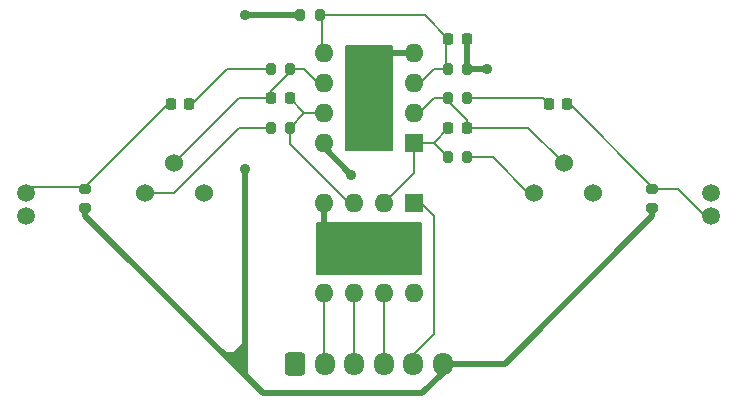
<source format=gtl>
G04 #@! TF.GenerationSoftware,KiCad,Pcbnew,8.0.6-8.0.6-0~ubuntu24.04.1*
G04 #@! TF.CreationDate,2024-10-31T11:29:27+09:00*
G04 #@! TF.ProjectId,zatopos-ear-mic,7a61746f-706f-4732-9d65-61722d6d6963,rev?*
G04 #@! TF.SameCoordinates,Original*
G04 #@! TF.FileFunction,Copper,L1,Top*
G04 #@! TF.FilePolarity,Positive*
%FSLAX46Y46*%
G04 Gerber Fmt 4.6, Leading zero omitted, Abs format (unit mm)*
G04 Created by KiCad (PCBNEW 8.0.6-8.0.6-0~ubuntu24.04.1) date 2024-10-31 11:29:27*
%MOMM*%
%LPD*%
G01*
G04 APERTURE LIST*
G04 Aperture macros list*
%AMRoundRect*
0 Rectangle with rounded corners*
0 $1 Rounding radius*
0 $2 $3 $4 $5 $6 $7 $8 $9 X,Y pos of 4 corners*
0 Add a 4 corners polygon primitive as box body*
4,1,4,$2,$3,$4,$5,$6,$7,$8,$9,$2,$3,0*
0 Add four circle primitives for the rounded corners*
1,1,$1+$1,$2,$3*
1,1,$1+$1,$4,$5*
1,1,$1+$1,$6,$7*
1,1,$1+$1,$8,$9*
0 Add four rect primitives between the rounded corners*
20,1,$1+$1,$2,$3,$4,$5,0*
20,1,$1+$1,$4,$5,$6,$7,0*
20,1,$1+$1,$6,$7,$8,$9,0*
20,1,$1+$1,$8,$9,$2,$3,0*%
G04 Aperture macros list end*
G04 #@! TA.AperFunction,SMDPad,CuDef*
%ADD10RoundRect,0.200000X0.200000X0.275000X-0.200000X0.275000X-0.200000X-0.275000X0.200000X-0.275000X0*%
G04 #@! TD*
G04 #@! TA.AperFunction,SMDPad,CuDef*
%ADD11RoundRect,0.200000X-0.200000X-0.275000X0.200000X-0.275000X0.200000X0.275000X-0.200000X0.275000X0*%
G04 #@! TD*
G04 #@! TA.AperFunction,SMDPad,CuDef*
%ADD12RoundRect,0.200000X-0.275000X0.200000X-0.275000X-0.200000X0.275000X-0.200000X0.275000X0.200000X0*%
G04 #@! TD*
G04 #@! TA.AperFunction,ComponentPad*
%ADD13RoundRect,0.250000X-0.600000X-0.725000X0.600000X-0.725000X0.600000X0.725000X-0.600000X0.725000X0*%
G04 #@! TD*
G04 #@! TA.AperFunction,ComponentPad*
%ADD14O,1.700000X1.950000*%
G04 #@! TD*
G04 #@! TA.AperFunction,SMDPad,CuDef*
%ADD15RoundRect,0.225000X-0.225000X-0.250000X0.225000X-0.250000X0.225000X0.250000X-0.225000X0.250000X0*%
G04 #@! TD*
G04 #@! TA.AperFunction,ComponentPad*
%ADD16C,1.524000*%
G04 #@! TD*
G04 #@! TA.AperFunction,SMDPad,CuDef*
%ADD17RoundRect,0.200000X0.275000X-0.200000X0.275000X0.200000X-0.275000X0.200000X-0.275000X-0.200000X0*%
G04 #@! TD*
G04 #@! TA.AperFunction,ComponentPad*
%ADD18R,1.600000X1.600000*%
G04 #@! TD*
G04 #@! TA.AperFunction,ComponentPad*
%ADD19O,1.600000X1.600000*%
G04 #@! TD*
G04 #@! TA.AperFunction,SMDPad,CuDef*
%ADD20RoundRect,0.225000X0.225000X0.250000X-0.225000X0.250000X-0.225000X-0.250000X0.225000X-0.250000X0*%
G04 #@! TD*
G04 #@! TA.AperFunction,ComponentPad*
%ADD21C,1.500000*%
G04 #@! TD*
G04 #@! TA.AperFunction,ViaPad*
%ADD22C,0.900000*%
G04 #@! TD*
G04 #@! TA.AperFunction,Conductor*
%ADD23C,0.200000*%
G04 #@! TD*
G04 #@! TA.AperFunction,Conductor*
%ADD24C,0.500000*%
G04 #@! TD*
G04 APERTURE END LIST*
D10*
X143325000Y-88500000D03*
X141675000Y-88500000D03*
D11*
X144175000Y-84000000D03*
X145825000Y-84000000D03*
D12*
X174000000Y-98675000D03*
X174000000Y-100325000D03*
D13*
X143750000Y-113475000D03*
D14*
X146250000Y-113475000D03*
X148750000Y-113475000D03*
X151250000Y-113475000D03*
X153750000Y-113475000D03*
X156250000Y-113475000D03*
D15*
X156725000Y-93500000D03*
X158275000Y-93500000D03*
D16*
X131000000Y-99000000D03*
X133500000Y-96500000D03*
X136000000Y-99000000D03*
D10*
X143325000Y-93500000D03*
X141675000Y-93500000D03*
D11*
X156675000Y-88500000D03*
X158325000Y-88500000D03*
D17*
X126000000Y-100325000D03*
X126000000Y-98675000D03*
D18*
X153800000Y-94800000D03*
D19*
X153800000Y-92260000D03*
X153800000Y-89720000D03*
X153800000Y-87180000D03*
X146180000Y-87180000D03*
X146180000Y-89720000D03*
X146180000Y-92260000D03*
X146180000Y-94800000D03*
D18*
X153800000Y-99880000D03*
D19*
X151260000Y-99880000D03*
X148720000Y-99880000D03*
X146180000Y-99880000D03*
X146180000Y-107500000D03*
X148720000Y-107500000D03*
X151260000Y-107500000D03*
X153800000Y-107500000D03*
D16*
X164000000Y-99000000D03*
X166500000Y-96500000D03*
X169000000Y-99000000D03*
D10*
X158325000Y-96000000D03*
X156675000Y-96000000D03*
X158325000Y-91000000D03*
X156675000Y-91000000D03*
D15*
X156725000Y-86000000D03*
X158275000Y-86000000D03*
X165225000Y-91500000D03*
X166775000Y-91500000D03*
D20*
X143275000Y-91000000D03*
X141725000Y-91000000D03*
X134775000Y-91500000D03*
X133225000Y-91500000D03*
D21*
X179000000Y-100950000D03*
X179000000Y-99050000D03*
X121000000Y-99050000D03*
X121000000Y-100950000D03*
D22*
X150000000Y-104000000D03*
X160000000Y-88500000D03*
X150000000Y-91000000D03*
X139500000Y-97000000D03*
X139500000Y-84000000D03*
X148500000Y-97500000D03*
D23*
X131000000Y-99000000D02*
X133500000Y-99000000D01*
X133500000Y-99000000D02*
X139000000Y-93500000D01*
X139000000Y-93500000D02*
X141675000Y-93500000D01*
X164000000Y-99000000D02*
X163500000Y-99000000D01*
X163500000Y-99000000D02*
X160500000Y-96000000D01*
X160500000Y-96000000D02*
X158325000Y-96000000D01*
D24*
X139500000Y-97000000D02*
X139500000Y-114500000D01*
X139500000Y-84000000D02*
X144175000Y-84000000D01*
D23*
X143325000Y-88500000D02*
X143325000Y-88787500D01*
X143325000Y-88787500D02*
X141725000Y-90387500D01*
X141725000Y-90387500D02*
X141725000Y-91000000D01*
X144500000Y-88500000D02*
X143325000Y-88500000D01*
X146180000Y-89720000D02*
X145720000Y-89720000D01*
X145720000Y-89720000D02*
X144500000Y-88500000D01*
X134775000Y-91500000D02*
X135000000Y-91500000D01*
X135000000Y-91500000D02*
X138000000Y-88500000D01*
X138000000Y-88500000D02*
X141675000Y-88500000D01*
X133500000Y-96500000D02*
X139000000Y-91000000D01*
X139000000Y-91000000D02*
X141725000Y-91000000D01*
X144535000Y-92260000D02*
X144535000Y-92290000D01*
X144535000Y-92290000D02*
X143325000Y-93500000D01*
X146180000Y-92260000D02*
X144535000Y-92260000D01*
X144535000Y-92260000D02*
X143275000Y-91000000D01*
X143325000Y-93500000D02*
X143325000Y-94862500D01*
X143325000Y-94862500D02*
X148342500Y-99880000D01*
X148342500Y-99880000D02*
X148720000Y-99880000D01*
X156725000Y-86000000D02*
X154725000Y-84000000D01*
X154725000Y-84000000D02*
X145825000Y-84000000D01*
X156500000Y-86225000D02*
X156500000Y-88500000D01*
X156500000Y-88500000D02*
X155500000Y-88500000D01*
X155500000Y-88500000D02*
X154280000Y-89720000D01*
X154280000Y-89720000D02*
X153800000Y-89720000D01*
D24*
X160000000Y-88500000D02*
X158325000Y-88500000D01*
X158325000Y-88500000D02*
X158325000Y-86050000D01*
D23*
X156675000Y-91000000D02*
X156675000Y-91287500D01*
X156675000Y-91287500D02*
X158275000Y-92887500D01*
X158275000Y-92887500D02*
X158275000Y-93500000D01*
X158275000Y-93500000D02*
X163500000Y-93500000D01*
X163500000Y-93500000D02*
X166500000Y-96500000D01*
X153800000Y-92260000D02*
X154000000Y-92460000D01*
X154000000Y-92460000D02*
X154000000Y-92500000D01*
X155500000Y-91000000D02*
X156675000Y-91000000D01*
X154000000Y-92500000D02*
X155500000Y-91000000D01*
X165225000Y-91500000D02*
X164725000Y-91000000D01*
X164725000Y-91000000D02*
X158325000Y-91000000D01*
X155475000Y-94800000D02*
X156725000Y-93550000D01*
X156725000Y-93550000D02*
X156725000Y-93500000D01*
X153800000Y-94800000D02*
X155475000Y-94800000D01*
X155475000Y-94800000D02*
X156675000Y-96000000D01*
X174000000Y-98500000D02*
X167000000Y-91500000D01*
X174000000Y-98675000D02*
X174000000Y-98500000D01*
X176175000Y-98675000D02*
X174000000Y-98675000D01*
X167000000Y-91500000D02*
X166775000Y-91500000D01*
X179000000Y-100950000D02*
X178450000Y-100950000D01*
X178450000Y-100950000D02*
X176175000Y-98675000D01*
X126000000Y-98675000D02*
X126000000Y-98500000D01*
X133000000Y-91500000D02*
X133225000Y-91500000D01*
X126000000Y-98500000D02*
X133000000Y-91500000D01*
X121000000Y-98500000D02*
X125825000Y-98500000D01*
X125825000Y-98500000D02*
X126000000Y-98675000D01*
X154000000Y-94600000D02*
X154000000Y-94500000D01*
X151260000Y-99240000D02*
X151260000Y-99880000D01*
X153800000Y-94800000D02*
X154000000Y-94600000D01*
X153800000Y-94800000D02*
X153800000Y-97340000D01*
X153800000Y-97340000D02*
X151260000Y-99880000D01*
D24*
X153800000Y-87180000D02*
X151500000Y-87180000D01*
X146180000Y-99880000D02*
X146180000Y-102180000D01*
D23*
X146180000Y-87180000D02*
X146000000Y-87000000D01*
X146000000Y-87000000D02*
X146000000Y-83885000D01*
X148720000Y-113445000D02*
X148750000Y-113475000D01*
X148720000Y-107500000D02*
X148720000Y-113445000D01*
X146180000Y-113405000D02*
X146250000Y-113475000D01*
X146180000Y-107500000D02*
X146180000Y-113405000D01*
D24*
X154500000Y-116000000D02*
X156250000Y-114250000D01*
X174000000Y-101000000D02*
X161525000Y-113475000D01*
X156250000Y-114250000D02*
X156250000Y-113475000D01*
X126000000Y-100325000D02*
X126000000Y-101000000D01*
X141000000Y-116000000D02*
X154500000Y-116000000D01*
X174000000Y-100325000D02*
X174000000Y-101000000D01*
X126000000Y-101000000D02*
X141000000Y-116000000D01*
X148500000Y-97500000D02*
X146180000Y-95180000D01*
X161525000Y-113475000D02*
X156250000Y-113475000D01*
X146180000Y-95180000D02*
X146180000Y-94800000D01*
D23*
X151260000Y-107500000D02*
X151260000Y-113465000D01*
X151260000Y-113465000D02*
X151250000Y-113475000D01*
X153750000Y-113475000D02*
X153750000Y-112750000D01*
X155500000Y-111000000D02*
X155500000Y-101000000D01*
X153750000Y-112750000D02*
X155500000Y-111000000D01*
X155500000Y-101000000D02*
X154380000Y-99880000D01*
X154380000Y-99880000D02*
X153800000Y-99880000D01*
G04 #@! TA.AperFunction,Conductor*
G36*
X139419334Y-111683180D02*
G01*
X139475267Y-111725052D01*
X139499684Y-111790516D01*
X139500000Y-111799362D01*
X139500000Y-114200638D01*
X139480315Y-114267677D01*
X139427511Y-114313432D01*
X139358353Y-114323376D01*
X139294797Y-114294351D01*
X139288319Y-114288319D01*
X137711681Y-112711681D01*
X137678196Y-112650358D01*
X137683180Y-112580666D01*
X137725052Y-112524733D01*
X137790516Y-112500316D01*
X137799362Y-112500000D01*
X138500000Y-112500000D01*
X139288319Y-111711681D01*
X139349642Y-111678196D01*
X139419334Y-111683180D01*
G37*
G04 #@! TD.AperFunction*
G04 #@! TA.AperFunction,Conductor*
G36*
X151943039Y-86519685D02*
G01*
X151988794Y-86572489D01*
X152000000Y-86624000D01*
X152000000Y-95376000D01*
X151980315Y-95443039D01*
X151927511Y-95488794D01*
X151876000Y-95500000D01*
X148124000Y-95500000D01*
X148056961Y-95480315D01*
X148011206Y-95427511D01*
X148000000Y-95376000D01*
X148000000Y-86624000D01*
X148019685Y-86556961D01*
X148072489Y-86511206D01*
X148124000Y-86500000D01*
X151876000Y-86500000D01*
X151943039Y-86519685D01*
G37*
G04 #@! TD.AperFunction*
G04 #@! TA.AperFunction,Conductor*
G36*
X154443039Y-101519685D02*
G01*
X154488794Y-101572489D01*
X154500000Y-101624000D01*
X154500000Y-105876000D01*
X154480315Y-105943039D01*
X154427511Y-105988794D01*
X154376000Y-106000000D01*
X145624000Y-106000000D01*
X145556961Y-105980315D01*
X145511206Y-105927511D01*
X145500000Y-105876000D01*
X145500000Y-101624000D01*
X145519685Y-101556961D01*
X145572489Y-101511206D01*
X145624000Y-101500000D01*
X154376000Y-101500000D01*
X154443039Y-101519685D01*
G37*
G04 #@! TD.AperFunction*
M02*

</source>
